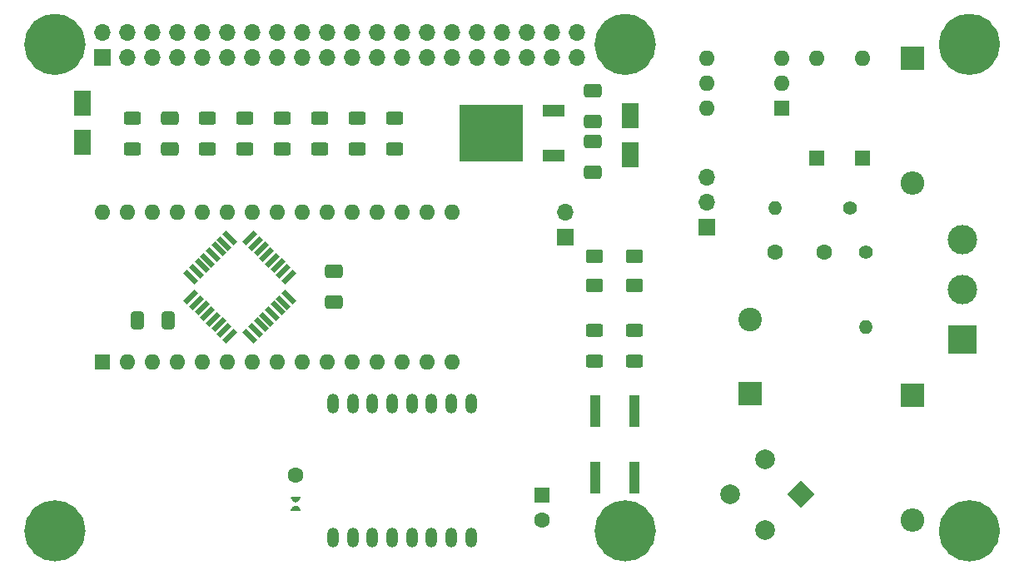
<source format=gts>
G04 #@! TF.GenerationSoftware,KiCad,Pcbnew,6.0.7-1.fc36*
G04 #@! TF.CreationDate,2022-08-13T19:37:31+02:00*
G04 #@! TF.ProjectId,drahtlos_klingel,64726168-746c-46f7-935f-6b6c696e6765,rev?*
G04 #@! TF.SameCoordinates,Original*
G04 #@! TF.FileFunction,Soldermask,Top*
G04 #@! TF.FilePolarity,Negative*
%FSLAX46Y46*%
G04 Gerber Fmt 4.6, Leading zero omitted, Abs format (unit mm)*
G04 Created by KiCad (PCBNEW 6.0.7-1.fc36) date 2022-08-13 19:37:31*
%MOMM*%
%LPD*%
G01*
G04 APERTURE LIST*
G04 Aperture macros list*
%AMRoundRect*
0 Rectangle with rounded corners*
0 $1 Rounding radius*
0 $2 $3 $4 $5 $6 $7 $8 $9 X,Y pos of 4 corners*
0 Add a 4 corners polygon primitive as box body*
4,1,4,$2,$3,$4,$5,$6,$7,$8,$9,$2,$3,0*
0 Add four circle primitives for the rounded corners*
1,1,$1+$1,$2,$3*
1,1,$1+$1,$4,$5*
1,1,$1+$1,$6,$7*
1,1,$1+$1,$8,$9*
0 Add four rect primitives between the rounded corners*
20,1,$1+$1,$2,$3,$4,$5,0*
20,1,$1+$1,$4,$5,$6,$7,0*
20,1,$1+$1,$6,$7,$8,$9,0*
20,1,$1+$1,$8,$9,$2,$3,0*%
%AMHorizOval*
0 Thick line with rounded ends*
0 $1 width*
0 $2 $3 position (X,Y) of the first rounded end (center of the circle)*
0 $4 $5 position (X,Y) of the second rounded end (center of the circle)*
0 Add line between two ends*
20,1,$1,$2,$3,$4,$5,0*
0 Add two circle primitives to create the rounded ends*
1,1,$1,$2,$3*
1,1,$1,$4,$5*%
%AMRotRect*
0 Rectangle, with rotation*
0 The origin of the aperture is its center*
0 $1 length*
0 $2 width*
0 $3 Rotation angle, in degrees counterclockwise*
0 Add horizontal line*
21,1,$1,$2,0,0,$3*%
G04 Aperture macros list end*
%ADD10C,3.100000*%
%ADD11C,0.200000*%
%ADD12O,1.200000X2.000000*%
%ADD13R,1.800000X2.500000*%
%ADD14C,1.600000*%
%ADD15C,2.700000*%
%ADD16R,1.700000X1.700000*%
%ADD17O,1.700000X1.700000*%
%ADD18RoundRect,0.250001X-0.624999X0.462499X-0.624999X-0.462499X0.624999X-0.462499X0.624999X0.462499X0*%
%ADD19R,2.400000X2.400000*%
%ADD20O,2.400000X2.400000*%
%ADD21R,3.000000X3.000000*%
%ADD22C,3.000000*%
%ADD23RoundRect,0.250000X-0.650000X0.412500X-0.650000X-0.412500X0.650000X-0.412500X0.650000X0.412500X0*%
%ADD24RotRect,1.600000X0.550000X45.000000*%
%ADD25RotRect,1.600000X0.550000X135.000000*%
%ADD26R,1.600000X1.600000*%
%ADD27O,1.600000X1.600000*%
%ADD28RoundRect,0.250000X-0.412500X-0.650000X0.412500X-0.650000X0.412500X0.650000X-0.412500X0.650000X0*%
%ADD29R,2.200000X1.200000*%
%ADD30R,6.400000X5.800000*%
%ADD31RoundRect,0.250000X0.625000X-0.400000X0.625000X0.400000X-0.625000X0.400000X-0.625000X-0.400000X0*%
%ADD32C,1.400000*%
%ADD33O,1.400000X1.400000*%
%ADD34RoundRect,0.250000X-0.625000X0.400000X-0.625000X-0.400000X0.625000X-0.400000X0.625000X0.400000X0*%
%ADD35C,2.400000*%
%ADD36R,1.000000X3.200000*%
%ADD37RoundRect,0.250000X0.650000X-0.412500X0.650000X0.412500X-0.650000X0.412500X-0.650000X-0.412500X0*%
%ADD38RotRect,2.000000X2.000000X225.000000*%
%ADD39HorizOval,2.000000X0.000000X0.000000X0.000000X0.000000X0*%
G04 APERTURE END LIST*
D10*
X91050000Y-26500000D02*
G75*
G03*
X91050000Y-26500000I-1550000J0D01*
G01*
X91050000Y-76000000D02*
G75*
G03*
X91050000Y-76000000I-1550000J0D01*
G01*
X33050000Y-76000000D02*
G75*
G03*
X33050000Y-76000000I-1550000J0D01*
G01*
X126050000Y-76000000D02*
G75*
G03*
X126050000Y-76000000I-1550000J0D01*
G01*
X33050000Y-26500000D02*
G75*
G03*
X33050000Y-26500000I-1550000J0D01*
G01*
X126050000Y-26500000D02*
G75*
G03*
X126050000Y-26500000I-1550000J0D01*
G01*
D11*
X55590000Y-72609000D02*
G75*
G03*
X56390000Y-72609000I400000J6704D01*
G01*
X56390000Y-73909000D02*
G75*
G03*
X55590000Y-73909000I-400000J-6704D01*
G01*
G36*
X56190000Y-73609000D02*
G01*
X56390000Y-73909000D01*
X55590000Y-73909000D01*
X55790000Y-73609000D01*
X55990000Y-73515648D01*
X56190000Y-73609000D01*
G37*
X56190000Y-73609000D02*
X56390000Y-73909000D01*
X55590000Y-73909000D01*
X55790000Y-73609000D01*
X55990000Y-73515648D01*
X56190000Y-73609000D01*
G36*
X56190000Y-72909000D02*
G01*
X55990000Y-73002352D01*
X55790000Y-72909000D01*
X55590000Y-72609000D01*
X56390000Y-72609000D01*
X56190000Y-72909000D01*
G37*
X56190000Y-72909000D02*
X55990000Y-73002352D01*
X55790000Y-72909000D01*
X55590000Y-72609000D01*
X56390000Y-72609000D01*
X56190000Y-72909000D01*
D12*
X59802000Y-76650000D03*
X61802000Y-76650000D03*
X63802000Y-76650000D03*
X65802000Y-76650000D03*
X67802000Y-76650000D03*
X69802000Y-76650000D03*
X71802000Y-76650000D03*
X73802000Y-76650000D03*
X73802000Y-63050000D03*
X71802000Y-63050000D03*
X69802000Y-63050000D03*
X67802000Y-63050000D03*
X65802000Y-63050000D03*
X63802000Y-63050000D03*
X61802000Y-63050000D03*
X59802000Y-63050000D03*
D13*
X90017600Y-37731200D03*
X90017600Y-33731200D03*
D14*
X104775000Y-47625000D03*
X109775000Y-47625000D03*
D15*
X31500000Y-76000000D03*
D16*
X83434000Y-46115200D03*
D17*
X83434000Y-43575200D03*
D18*
X86360000Y-48042500D03*
X86360000Y-51017500D03*
X90424000Y-48042500D03*
X90424000Y-51017500D03*
D19*
X118745000Y-62230000D03*
D20*
X118745000Y-74930000D03*
D19*
X118745000Y-27940000D03*
D20*
X118745000Y-40640000D03*
D16*
X97790000Y-45070000D03*
D17*
X97790000Y-42530000D03*
X97790000Y-39990000D03*
D21*
X123825000Y-56515000D03*
D22*
X123825000Y-51435000D03*
X123825000Y-46355000D03*
D23*
X59848000Y-49621000D03*
X59848000Y-52746000D03*
D24*
X45337897Y-52208805D03*
X45903583Y-52774490D03*
X46469268Y-53340176D03*
X47034953Y-53905861D03*
X47600639Y-54471547D03*
X48166324Y-55037232D03*
X48732010Y-55602917D03*
X49297695Y-56168603D03*
D25*
X51348305Y-56168603D03*
X51913990Y-55602917D03*
X52479676Y-55037232D03*
X53045361Y-54471547D03*
X53611047Y-53905861D03*
X54176732Y-53340176D03*
X54742417Y-52774490D03*
X55308103Y-52208805D03*
D24*
X55308103Y-50158195D03*
X54742417Y-49592510D03*
X54176732Y-49026824D03*
X53611047Y-48461139D03*
X53045361Y-47895453D03*
X52479676Y-47329768D03*
X51913990Y-46764083D03*
X51348305Y-46198397D03*
D25*
X49297695Y-46198397D03*
X48732010Y-46764083D03*
X48166324Y-47329768D03*
X47600639Y-47895453D03*
X47034953Y-48461139D03*
X46469268Y-49026824D03*
X45903583Y-49592510D03*
X45337897Y-50158195D03*
D26*
X109000000Y-38100000D03*
D27*
X109000000Y-27940000D03*
D28*
X39870500Y-54612500D03*
X42995500Y-54612500D03*
D29*
X82200000Y-37780000D03*
D30*
X75900000Y-35500000D03*
D29*
X82200000Y-33220000D03*
D31*
X54610000Y-37110000D03*
X54610000Y-34010000D03*
D32*
X114000000Y-47625000D03*
D33*
X114000000Y-55245000D03*
D15*
X124500000Y-26500000D03*
X31500000Y-26500000D03*
X89500000Y-26500000D03*
D34*
X58420000Y-34010000D03*
X58420000Y-37110000D03*
D26*
X113665000Y-38100000D03*
D27*
X113665000Y-27940000D03*
D31*
X50800000Y-37110000D03*
X50800000Y-34010000D03*
X86360000Y-58700000D03*
X86360000Y-55600000D03*
D13*
X34290000Y-36500000D03*
X34290000Y-32500000D03*
D31*
X90424000Y-58700000D03*
X90424000Y-55600000D03*
D19*
X102235000Y-61993959D03*
D35*
X102235000Y-54493959D03*
D34*
X66040000Y-34010000D03*
X66040000Y-37110000D03*
D14*
X55990000Y-70309000D03*
D26*
X105400000Y-33005000D03*
D27*
X105400000Y-30465000D03*
X105400000Y-27925000D03*
X97780000Y-27925000D03*
X97780000Y-30465000D03*
X97780000Y-33005000D03*
D23*
X86207600Y-34340800D03*
X86207600Y-31215800D03*
D31*
X46990000Y-37110000D03*
X46990000Y-34010000D03*
D36*
X90434000Y-70575200D03*
X90434000Y-63775200D03*
X86434000Y-70575200D03*
X86434000Y-63775200D03*
D37*
X86207600Y-36385100D03*
X86207600Y-39510100D03*
X43180000Y-37122500D03*
X43180000Y-33997500D03*
D31*
X39370000Y-37110000D03*
X39370000Y-34010000D03*
D26*
X36353000Y-58803500D03*
D27*
X38893000Y-58803500D03*
X41433000Y-58803500D03*
X43973000Y-58803500D03*
X46513000Y-58803500D03*
X49053000Y-58803500D03*
X51593000Y-58803500D03*
X54133000Y-58803500D03*
X56673000Y-58803500D03*
X59213000Y-58803500D03*
X61753000Y-58803500D03*
X64293000Y-58803500D03*
X66833000Y-58803500D03*
X69373000Y-58803500D03*
X71913000Y-58803500D03*
X71913000Y-43563500D03*
X69373000Y-43563500D03*
X66833000Y-43563500D03*
X64293000Y-43563500D03*
X61753000Y-43563500D03*
X59213000Y-43563500D03*
X56673000Y-43563500D03*
X54133000Y-43563500D03*
X51593000Y-43563500D03*
X49053000Y-43563500D03*
X46513000Y-43563500D03*
X43973000Y-43563500D03*
X41433000Y-43563500D03*
X38893000Y-43563500D03*
X36353000Y-43563500D03*
D15*
X89500000Y-76000000D03*
D38*
X107351102Y-72303098D03*
D39*
X103759000Y-68710996D03*
X100166897Y-72303098D03*
X103759000Y-75895200D03*
D26*
X81026000Y-72390000D03*
D14*
X81026000Y-74890000D03*
D32*
X112395000Y-43180000D03*
D33*
X104775000Y-43180000D03*
D34*
X62230000Y-34010000D03*
X62230000Y-37110000D03*
D15*
X124500000Y-76000000D03*
D16*
X36365000Y-27800000D03*
D17*
X36365000Y-25260000D03*
X38905000Y-27800000D03*
X38905000Y-25260000D03*
X41445000Y-27800000D03*
X41445000Y-25260000D03*
X43985000Y-27800000D03*
X43985000Y-25260000D03*
X46525000Y-27800000D03*
X46525000Y-25260000D03*
X49065000Y-27800000D03*
X49065000Y-25260000D03*
X51605000Y-27800000D03*
X51605000Y-25260000D03*
X54145000Y-27800000D03*
X54145000Y-25260000D03*
X56685000Y-27800000D03*
X56685000Y-25260000D03*
X59225000Y-27800000D03*
X59225000Y-25260000D03*
X61765000Y-27800000D03*
X61765000Y-25260000D03*
X64305000Y-27800000D03*
X64305000Y-25260000D03*
X66845000Y-27800000D03*
X66845000Y-25260000D03*
X69385000Y-27800000D03*
X69385000Y-25260000D03*
X71925000Y-27800000D03*
X71925000Y-25260000D03*
X74465000Y-27800000D03*
X74465000Y-25260000D03*
X77005000Y-27800000D03*
X77005000Y-25260000D03*
X79545000Y-27800000D03*
X79545000Y-25260000D03*
X82085000Y-27800000D03*
X82085000Y-25260000D03*
X84625000Y-27800000D03*
X84625000Y-25260000D03*
M02*

</source>
